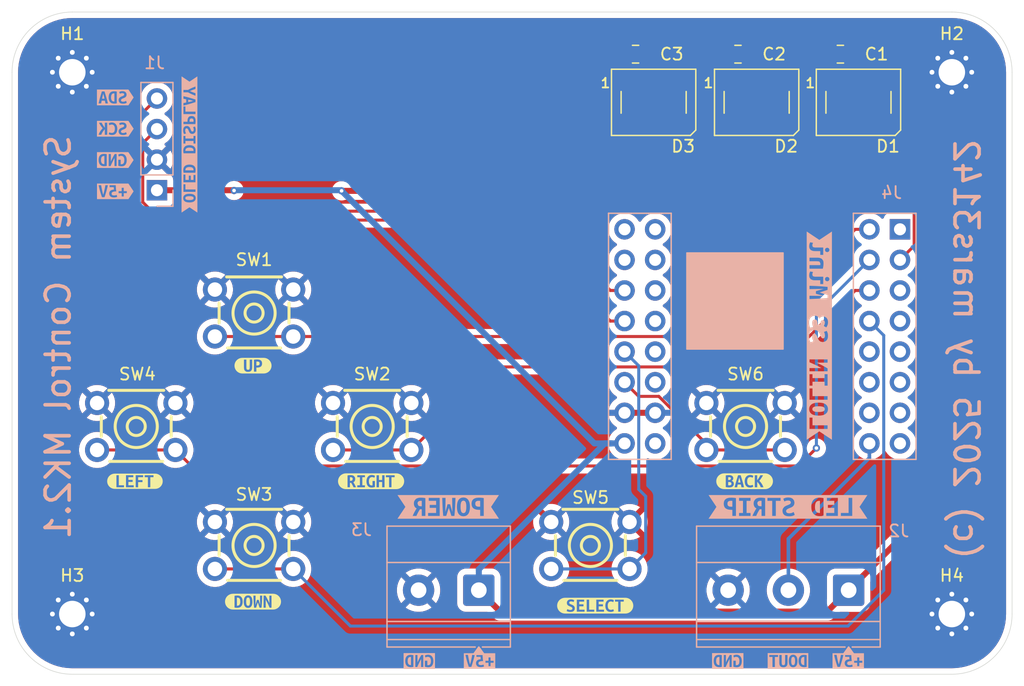
<source format=kicad_pcb>
(kicad_pcb (version 20241229) (generator "pcbnew") (generator_version "9.0")
  (title_block (title "System Control") (date "31.12.2025") (rev "MK2.1") (company "mars3142") (comment 3 "System Control Board for model railway") (comment 4 "Author: Peter Siegmund"))
  (layers (0 "F.Cu" signal) (2 "B.Cu" signal) (13 "F.Paste" user) (15 "B.Paste" user) (5 "F.SilkS" user "F.Silkscreen") (7 "B.SilkS" user "B.Silkscreen") (1 "F.Mask" user) (3 "B.Mask" user) (25 "Edge.Cuts" user))
  (net 0 "")
  (net 1 "SCK")
  (net 2 "+5V")
  (net 3 "GND")
  (net 4 "SDA")
  (net 5 "DOUT")
  (net 17 "UP")
  (net 18 "RIGHT")
  (net 19 "DOWN")
  (net 20 "LEFT")
  (net 21 "SELECT")
  (net 22 "BACK")
  (net 31 "Net-(D1-DOUT)")
  (net 32 "Net-(D2-DOUT)")
  (net 33 "LED")
  (footprint "kibuzzard-67898229" (layer "F.Cu") (at 92.41945 79.8224)
    (property "Reference" "kibuzzard-67898229" (hide yes))
    (property "Value" "G***" (hide yes))
  )
  (footprint "LED_SMD:LED_WS2812B_PLCC4_5.0x5.0mm_P3.2mm" (layer "F.Cu") (at 115.86945 48.35115)
    (property "Reference" "D3" (at 2.45 3.65 0) (layer "F.SilkS"))
    (property "Value" "WS2812B")
    (fp_text user "1" (at -4 -1.6 0) (layer "F.SilkS") (effects (font (size 0.8 0.8))))
    (pad "1" smd roundrect (at -2.45 -1.65) (size 1.5 0.9) (layers "F.Cu" "F.Mask" "F.Paste") (roundrect_rratio 0.1) (net 2 "+5V"))
    (pad "2" smd roundrect (at -2.45 1.65) (size 1.5 0.9) (layers "F.Cu" "F.Mask" "F.Paste") (roundrect_rratio 0.1))
    (pad "3" smd roundrect (at 2.45 1.65) (size 1.5 0.9) (layers "F.Cu" "F.Mask" "F.Paste") (roundrect_rratio 0.1) (net 3 "GND"))
    (pad "4" smd roundrect (at 2.45 -1.65) (size 1.5 0.9) (layers "F.Cu" "F.Mask" "F.Paste") (roundrect_rratio 0.1) (net 32 "Net-(D2-DOUT)"))
  )
  (footprint "Capacitor_SMD:C_0805_2012Metric_Pad1.18x1.45mm_HandSolder" (layer "F.Cu") (at 114.36945 44.35115)
    (property "Reference" "C3" (at 3 0 0) (layer "F.SilkS"))
    (property "Value" "100nF")
    (pad "1" smd roundrect (at -1.0375 0) (size 1.175 1.45) (layers "F.Cu" "F.Mask" "F.Paste") (roundrect_rratio 0.212766) (net 2 "+5V"))
    (pad "2" smd roundrect (at 1.0375 0) (size 1.175 1.45) (layers "F.Cu" "F.Mask" "F.Paste") (roundrect_rratio 0.212766) (net 3 "GND"))
  )
  (footprint "MountingHole:MountingHole_2.2mm_M2_Pad_Via" (layer "F.Cu") (at 67.61945 45.85115)
    (property "Reference" "H1" (at 0 -3.2 0) (layer "F.SilkS"))
    (property "Value" "MH1")
    (pad "1" thru_hole circle (at -1.65 0) (size 0.7 0.7) (drill 0.4) (layers "*.Cu" "*.Mask") (net 3 "GND"))
    (pad "1" thru_hole circle (at -1.166726 -1.166726) (size 0.7 0.7) (drill 0.4) (layers "*.Cu" "*.Mask") (net 3 "GND"))
    (pad "1" thru_hole circle (at -1.166726 1.166726) (size 0.7 0.7) (drill 0.4) (layers "*.Cu" "*.Mask") (net 3 "GND"))
    (pad "1" thru_hole circle (at 0 -1.65) (size 0.7 0.7) (drill 0.4) (layers "*.Cu" "*.Mask") (net 3 "GND"))
    (pad "1" thru_hole circle (at 0 0) (size 4.4 4.4) (drill 2.2) (layers "*.Cu" "*.Mask") (net 3 "GND"))
    (pad "1" thru_hole circle (at 0 1.65) (size 0.7 0.7) (drill 0.4) (layers "*.Cu" "*.Mask") (net 3 "GND"))
    (pad "1" thru_hole circle (at 1.166726 -1.166726) (size 0.7 0.7) (drill 0.4) (layers "*.Cu" "*.Mask") (net 3 "GND"))
    (pad "1" thru_hole circle (at 1.166726 1.166726) (size 0.7 0.7) (drill 0.4) (layers "*.Cu" "*.Mask") (net 3 "GND"))
    (pad "1" thru_hole circle (at 1.65 0) (size 0.7 0.7) (drill 0.4) (layers "*.Cu" "*.Mask") (net 3 "GND"))
  )
  (footprint "easyeda2kicad:KEY-TH_4P-L6.0-W6.0-P3.90-LS7.8" (layer "F.Cu") (at 82.7072 65.8511)
    (property "Reference" "SW1" (at 0 -4.4288 0) (layer "F.SilkS"))
    (property "Value" "UP")
    (pad "1" thru_hole circle (at -3.25 1.95) (size 2 2) (drill 1.199896) (layers "*.Cu" "*.Mask") (net 17 "UP"))
    (pad "2" thru_hole circle (at 3.25 1.95) (size 2 2) (drill 1.199896) (layers "*.Cu" "*.Mask") (net 17 "UP"))
    (pad "3" thru_hole circle (at 3.25 -1.95) (size 2 2) (drill 1.199896) (layers "*.Cu" "*.Mask") (net 3 "GND"))
    (pad "4" thru_hole circle (at -3.25 -1.95) (size 2 2) (drill 1.199896) (layers "*.Cu" "*.Mask") (net 3 "GND"))
  )
  (footprint "kibuzzard-67898208" (layer "F.Cu") (at 82.61945 70.2224)
    (property "Reference" "kibuzzard-67898208" (hide yes))
    (property "Value" "G***" (hide yes))
  )
  (footprint "Capacitor_SMD:C_0805_2012Metric_Pad1.18x1.45mm_HandSolder" (layer "F.Cu") (at 122.86945 44.35115)
    (property "Reference" "C2" (at 3 0 0) (layer "F.SilkS"))
    (property "Value" "100nF")
    (pad "1" smd roundrect (at -1.0375 0) (size 1.175 1.45) (layers "F.Cu" "F.Mask" "F.Paste") (roundrect_rratio 0.212766) (net 2 "+5V"))
    (pad "2" smd roundrect (at 1.0375 0) (size 1.175 1.45) (layers "F.Cu" "F.Mask" "F.Paste") (roundrect_rratio 0.212766) (net 3 "GND"))
  )
  (footprint "kibuzzard-678981FB" (layer "F.Cu") (at 123.41945 79.8224)
    (property "Reference" "kibuzzard-678981FB" (hide yes))
    (property "Value" "G***" (hide yes))
  )
  (footprint "easyeda2kicad:KEY-TH_4P-L6.0-W6.0-P3.90-LS7.8" (layer "F.Cu") (at 72.9272 75.2731)
    (property "Reference" "SW4" (at 0.0923 -4.3508 0) (layer "F.SilkS"))
    (property "Value" "LEFT")
    (pad "1" thru_hole circle (at -3.25 1.95) (size 2 2) (drill 1.199896) (layers "*.Cu" "*.Mask") (net 20 "LEFT"))
    (pad "2" thru_hole circle (at 3.25 1.95) (size 2 2) (drill 1.199896) (layers "*.Cu" "*.Mask") (net 20 "LEFT"))
    (pad "3" thru_hole circle (at 3.25 -1.95) (size 2 2) (drill 1.199896) (layers "*.Cu" "*.Mask") (net 3 "GND"))
    (pad "4" thru_hole circle (at -3.25 -1.95) (size 2 2) (drill 1.199896) (layers "*.Cu" "*.Mask") (net 3 "GND"))
  )
  (footprint "MountingHole:MountingHole_2.2mm_M2_Pad_Via" (layer "F.Cu") (at 140.61945 45.85115)
    (property "Reference" "H2" (at 0 -3.2 0) (layer "F.SilkS"))
    (property "Value" "MH2")
    (pad "1" thru_hole circle (at -1.65 0) (size 0.7 0.7) (drill 0.4) (layers "*.Cu" "*.Mask") (net 3 "GND"))
    (pad "1" thru_hole circle (at -1.166726 -1.166726) (size 0.7 0.7) (drill 0.4) (layers "*.Cu" "*.Mask") (net 3 "GND"))
    (pad "1" thru_hole circle (at -1.166726 1.166726) (size 0.7 0.7) (drill 0.4) (layers "*.Cu" "*.Mask") (net 3 "GND"))
    (pad "1" thru_hole circle (at 0 -1.65) (size 0.7 0.7) (drill 0.4) (layers "*.Cu" "*.Mask") (net 3 "GND"))
    (pad "1" thru_hole circle (at 0 0) (size 4.4 4.4) (drill 2.2) (layers "*.Cu" "*.Mask") (net 3 "GND"))
    (pad "1" thru_hole circle (at 0 1.65) (size 0.7 0.7) (drill 0.4) (layers "*.Cu" "*.Mask") (net 3 "GND"))
    (pad "1" thru_hole circle (at 1.166726 -1.166726) (size 0.7 0.7) (drill 0.4) (layers "*.Cu" "*.Mask") (net 3 "GND"))
    (pad "1" thru_hole circle (at 1.166726 1.166726) (size 0.7 0.7) (drill 0.4) (layers "*.Cu" "*.Mask") (net 3 "GND"))
    (pad "1" thru_hole circle (at 1.65 0) (size 0.7 0.7) (drill 0.4) (layers "*.Cu" "*.Mask") (net 3 "GND"))
  )
  (footprint "easyeda2kicad:KEY-TH_4P-L6.0-W6.0-P3.90-LS7.8" (layer "F.Cu") (at 92.5092 75.2731)
    (property "Reference" "SW2" (at 0 -4.3508 0) (layer "F.SilkS"))
    (property "Value" "RIGHT")
    (pad "1" thru_hole circle (at -3.25 1.95) (size 2 2) (drill 1.199896) (layers "*.Cu" "*.Mask") (net 18 "RIGHT"))
    (pad "2" thru_hole circle (at 3.25 1.95) (size 2 2) (drill 1.199896) (layers "*.Cu" "*.Mask") (net 18 "RIGHT"))
    (pad "3" thru_hole circle (at 3.25 -1.95) (size 2 2) (drill 1.199896) (layers "*.Cu" "*.Mask") (net 3 "GND"))
    (pad "4" thru_hole circle (at -3.25 -1.95) (size 2 2) (drill 1.199896) (layers "*.Cu" "*.Mask") (net 3 "GND"))
  )
  (footprint "kibuzzard-678981DB" (layer "F.Cu") (at 111.01945 90.15515)
    (property "Reference" "kibuzzard-678981DB" (hide yes))
    (property "Value" "G***" (hide yes))
  )
  (footprint "easyeda2kicad:KEY-TH_4P-L6.0-W6.0-P3.90-LS7.8" (layer "F.Cu") (at 82.7072 85.1551)
    (property "Reference" "SW3" (at 0 -4.2328 0) (layer "F.SilkS"))
    (property "Value" "DOWN")
    (pad "1" thru_hole circle (at -3.25 1.95) (size 2 2) (drill 1.199896) (layers "*.Cu" "*.Mask") (net 19 "DOWN"))
    (pad "2" thru_hole circle (at 3.25 1.95) (size 2 2) (drill 1.199896) (layers "*.Cu" "*.Mask") (net 19 "DOWN"))
    (pad "3" thru_hole circle (at 3.25 -1.95) (size 2 2) (drill 1.199896) (layers "*.Cu" "*.Mask") (net 3 "GND"))
    (pad "4" thru_hole circle (at -3.25 -1.95) (size 2 2) (drill 1.199896) (layers "*.Cu" "*.Mask") (net 3 "GND"))
  )
  (footprint "MountingHole:MountingHole_2.2mm_M2_Pad_Via" (layer "F.Cu") (at 67.61945 90.85115)
    (property "Reference" "H3" (at 0 -3.2 0) (layer "F.SilkS"))
    (property "Value" "MH3")
    (pad "1" thru_hole circle (at -1.65 0) (size 0.7 0.7) (drill 0.4) (layers "*.Cu" "*.Mask") (net 3 "GND"))
    (pad "1" thru_hole circle (at -1.166726 -1.166726) (size 0.7 0.7) (drill 0.4) (layers "*.Cu" "*.Mask") (net 3 "GND"))
    (pad "1" thru_hole circle (at -1.166726 1.166726) (size 0.7 0.7) (drill 0.4) (layers "*.Cu" "*.Mask") (net 3 "GND"))
    (pad "1" thru_hole circle (at 0 -1.65) (size 0.7 0.7) (drill 0.4) (layers "*.Cu" "*.Mask") (net 3 "GND"))
    (pad "1" thru_hole circle (at 0 0) (size 4.4 4.4) (drill 2.2) (layers "*.Cu" "*.Mask") (net 3 "GND"))
    (pad "1" thru_hole circle (at 0 1.65) (size 0.7 0.7) (drill 0.4) (layers "*.Cu" "*.Mask") (net 3 "GND"))
    (pad "1" thru_hole circle (at 1.166726 -1.166726) (size 0.7 0.7) (drill 0.4) (layers "*.Cu" "*.Mask") (net 3 "GND"))
    (pad "1" thru_hole circle (at 1.166726 1.166726) (size 0.7 0.7) (drill 0.4) (layers "*.Cu" "*.Mask") (net 3 "GND"))
    (pad "1" thru_hole circle (at 1.65 0) (size 0.7 0.7) (drill 0.4) (layers "*.Cu" "*.Mask") (net 3 "GND"))
  )
  (footprint "easyeda2kicad:KEY-TH_4P-L6.0-W6.0-P3.90-LS7.8" (layer "F.Cu") (at 123.4972 75.2731)
    (property "Reference" "SW6" (at 0 -4.3508 0) (layer "F.SilkS"))
    (property "Value" "BACK")
    (pad "1" thru_hole circle (at -3.25 1.95) (size 2 2) (drill 1.199896) (layers "*.Cu" "*.Mask") (net 22 "BACK"))
    (pad "2" thru_hole circle (at 3.25 1.95) (size 2 2) (drill 1.199896) (layers "*.Cu" "*.Mask") (net 22 "BACK"))
    (pad "3" thru_hole circle (at 3.25 -1.95) (size 2 2) (drill 1.199896) (layers "*.Cu" "*.Mask") (net 3 "GND"))
    (pad "4" thru_hole circle (at -3.25 -1.95) (size 2 2) (drill 1.199896) (layers "*.Cu" "*.Mask") (net 3 "GND"))
  )
  (footprint "kibuzzard-67898221" (layer "F.Cu") (at 72.81945 79.8224)
    (property "Reference" "kibuzzard-67898221" (hide yes))
    (property "Value" "G***" (hide yes))
  )
  (footprint "LED_SMD:LED_WS2812B_PLCC4_5.0x5.0mm_P3.2mm" (layer "F.Cu") (at 132.86945 48.35115)
    (property "Reference" "D1" (at 2.45 3.65 0) (layer "F.SilkS"))
    (property "Value" "WS2812B")
    (fp_text user "1" (at -4 -1.6 0) (layer "F.SilkS") (effects (font (size 0.8 0.8))))
    (pad "1" smd roundrect (at -2.45 -1.65) (size 1.5 0.9) (layers "F.Cu" "F.Mask" "F.Paste") (roundrect_rratio 0.1) (net 2 "+5V"))
    (pad "2" smd roundrect (at -2.45 1.65) (size 1.5 0.9) (layers "F.Cu" "F.Mask" "F.Paste") (roundrect_rratio 0.1) (net 31 "Net-(D1-DOUT)"))
    (pad "3" smd roundrect (at 2.45 1.65) (size 1.5 0.9) (layers "F.Cu" "F.Mask" "F.Paste") (roundrect_rratio 0.1) (net 3 "GND"))
    (pad "4" smd roundrect (at 2.45 -1.65) (size 1.5 0.9) (layers "F.Cu" "F.Mask" "F.Paste") (roundrect_rratio 0.1) (net 33 "LED"))
  )
  (footprint "kibuzzard-67898217" (layer "F.Cu") (at 82.61945 89.8224)
    (property "Reference" "kibuzzard-67898217" (hide yes))
    (property "Value" "G***" (hide yes))
  )
  (footprint "easyeda2kicad:KEY-TH_4P-L6.0-W6.0-P3.90-LS7.8" (layer "F.Cu") (at 110.6195 85.1551)
    (property "Reference" "SW5" (at 0.0163 -3.9788 0) (layer "F.SilkS"))
    (property "Value" "SELECT")
    (pad "1" thru_hole circle (at -3.25 1.95) (size 2 2) (drill 1.199896) (layers "*.Cu" "*.Mask") (net 21 "SELECT"))
    (pad "2" thru_hole circle (at 3.25 1.95) (size 2 2) (drill 1.199896) (layers "*.Cu" "*.Mask") (net 21 "SELECT"))
    (pad "3" thru_hole circle (at 3.25 -1.95) (size 2 2) (drill 1.199896) (layers "*.Cu" "*.Mask") (net 3 "GND"))
    (pad "4" thru_hole circle (at -3.25 -1.95) (size 2 2) (drill 1.199896) (layers "*.Cu" "*.Mask") (net 3 "GND"))
  )
  (footprint "Capacitor_SMD:C_0805_2012Metric_Pad1.18x1.45mm_HandSolder" (layer "F.Cu") (at 131.36945 44.35115)
    (property "Reference" "C1" (at 3 0 0) (layer "F.SilkS"))
    (property "Value" "100nF")
    (pad "1" smd roundrect (at -1.0375 0) (size 1.175 1.45) (layers "F.Cu" "F.Mask" "F.Paste") (roundrect_rratio 0.212766) (net 2 "+5V"))
    (pad "2" smd roundrect (at 1.0375 0) (size 1.175 1.45) (layers "F.Cu" "F.Mask" "F.Paste") (roundrect_rratio 0.212766) (net 3 "GND"))
  )
  (footprint "LED_SMD:LED_WS2812B_PLCC4_5.0x5.0mm_P3.2mm" (layer "F.Cu") (at 124.41945 48.35115)
    (property "Reference" "D2" (at 2.45 3.65 0) (layer "F.SilkS"))
    (property "Value" "WS2812B")
    (fp_text user "1" (at -4 -1.6 0) (layer "F.SilkS") (effects (font (size 0.8 0.8))))
    (pad "1" smd roundrect (at -2.45 -1.65) (size 1.5 0.9) (layers "F.Cu" "F.Mask" "F.Paste") (roundrect_rratio 0.1) (net 2 "+5V"))
    (pad "2" smd roundrect (at -2.45 1.65) (size 1.5 0.9) (layers "F.Cu" "F.Mask" "F.Paste") (roundrect_rratio 0.1) (net 32 "Net-(D2-DOUT)"))
    (pad "3" smd roundrect (at 2.45 1.65) (size 1.5 0.9) (layers "F.Cu" "F.Mask" "F.Paste") (roundrect_rratio 0.1) (net 3 "GND"))
    (pad "4" smd roundrect (at 2.45 -1.65) (size 1.5 0.9) (layers "F.Cu" "F.Mask" "F.Paste") (roundrect_rratio 0.1) (net 31 "Net-(D1-DOUT)"))
  )
  (footprint "MountingHole:MountingHole_2.2mm_M2_Pad_Via" (layer "F.Cu") (at 140.61945 90.85115)
    (property "Reference" "H4" (at 0 -3.2 0) (layer "F.SilkS"))
    (property "Value" "MH4")
    (pad "1" thru_hole circle (at -1.65 0) (size 0.7 0.7) (drill 0.4) (layers "*.Cu" "*.Mask") (net 3 "GND"))
    (pad "1" thru_hole circle (at -1.166726 -1.166726) (size 0.7 0.7) (drill 0.4) (layers "*.Cu" "*.Mask") (net 3 "GND"))
    (pad "1" thru_hole circle (at -1.166726 1.166726) (size 0.7 0.7) (drill 0.4) (layers "*.Cu" "*.Mask") (net 3 "GND"))
    (pad "1" thru_hole circle (at 0 -1.65) (size 0.7 0.7) (drill 0.4) (layers "*.Cu" "*.Mask") (net 3 "GND"))
    (pad "1" thru_hole circle (at 0 0) (size 4.4 4.4) (drill 2.2) (layers "*.Cu" "*.Mask") (net 3 "GND"))
    (pad "1" thru_hole circle (at 0 1.65) (size 0.7 0.7) (drill 0.4) (layers "*.Cu" "*.Mask") (net 3 "GND"))
    (pad "1" thru_hole circle (at 1.166726 -1.166726) (size 0.7 0.7) (drill 0.4) (layers "*.Cu" "*.Mask") (net 3 "GND"))
    (pad "1" thru_hole circle (at 1.166726 1.166726) (size 0.7 0.7) (drill 0.4) (layers "*.Cu" "*.Mask") (net 3 "GND"))
    (pad "1" thru_hole circle (at 1.65 0) (size 0.7 0.7) (drill 0.4) (layers "*.Cu" "*.Mask") (net 3 "GND"))
  )
  (footprint "TerminalBlock_Phoenix:TerminalBlock_Phoenix_MKDS-1,5-3_1x03_P5.00mm_Horizontal" (layer "B.Cu") (at 132.0532 88.8709 180)
    (property "Reference" "J2" (at -4.16625 4.91975 0) (layer "B.SilkS") (effects (justify mirror)))
    (property "Value" "Output")
    (pad "1" thru_hole roundrect (at 0 0 180) (size 2.6 2.6) (drill 1.3) (layers "*.Cu" "*.Mask") (roundrect_rratio 0.096154) (net 2 "+5V"))
    (pad "2" thru_hole circle (at 5 0 180) (size 2.6 2.6) (drill 1.3) (layers "*.Cu" "*.Mask") (net 5 "DOUT"))
    (pad "3" thru_hole circle (at 10 0 180) (size 2.6 2.6) (drill 1.3) (layers "*.Cu" "*.Mask") (net 3 "GND"))
  )
  (footprint "kibuzzard-678980A4" (layer "B.Cu") (at 101.41945 94.75115 180)
    (property "Reference" "kibuzzard-678980A4" (hide yes))
    (property "Value" "G***" (hide yes))
  )
  (footprint "kibuzzard-67898074" (layer "B.Cu") (at 71.1892 53.1434 180)
    (property "Reference" "kibuzzard-67898074" (hide yes))
    (property "Value" "G***" (hide yes))
  )
  (footprint "kibuzzard-678980E8" (layer "B.Cu") (at 127.01945 94.75115 180)
    (property "Reference" "kibuzzard-678980E8" (hide yes))
    (property "Value" "G***" (hide yes))
  )
  (footprint "wemos:PinSocket_S3 Mini" (layer "B.Cu") (at 124.6195 67.8511 180)
    (property "Reference" "J4" (at -11 12 0) (layer "B.SilkS") (effects (justify mirror)))
    (property "Value" "Conn_S3 Mini")
    (pad "1" thru_hole rect (at -11.696 8.954 180) (size 1.7 1.7) (drill oval 1) (layers "*.Cu" "*.Mask"))
    (pad "2" thru_hole oval (at -11.696 6.414 180) (size 1.7 1.7) (drill 1) (layers "*.Cu" "*.Mask") (net 33 "LED"))
    (pad "3" thru_hole oval (at -11.696 3.874 180) (size 1.7 1.7) (drill 1) (layers "*.Cu" "*.Mask"))
    (pad "4" thru_hole oval (at -11.696 1.334 180) (size 1.7 1.7) (drill 1) (layers "*.Cu" "*.Mask"))
    (pad "5" thru_hole oval (at -11.696 -1.206 180) (size 1.7 1.7) (drill 1) (layers "*.Cu" "*.Mask"))
    (pad "6" thru_hole oval (at -11.696 -3.746 180) (size 1.7 1.7) (drill 1) (layers "*.Cu" "*.Mask"))
    (pad "7" thru_hole oval (at -11.696 -6.286 180) (size 1.7 1.7) (drill 1) (layers "*.Cu" "*.Mask"))
    (pad "8" thru_hole oval (at -11.696 -8.826 180) (size 1.7 1.7) (drill 1) (layers "*.Cu" "*.Mask"))
    (pad "9" thru_hole oval (at -9.156 8.954 180) (size 1.7 1.7) (drill 1) (layers "*.Cu" "*.Mask") (net 17 "UP"))
    (pad "10" thru_hole oval (at -9.156 6.414 180) (size 1.7 1.7) (drill 1) (layers "*.Cu" "*.Mask") (net 20 "LEFT"))
    (pad "11" thru_hole oval (at -9.156 3.874 180) (size 1.7 1.7) (drill 1) (layers "*.Cu" "*.Mask") (net 18 "RIGHT"))
    (pad "12" thru_hole oval (at -9.156 1.334 180) (size 1.7 1.7) (drill 1) (layers "*.Cu" "*.Mask") (net 19 "DOWN"))
    (pad "13" thru_hole oval (at -9.156 -1.206 180) (size 1.7 1.7) (drill 1) (layers "*.Cu" "*.Mask"))
    (pad "14" thru_hole oval (at -9.156 -3.746 180) (size 1.7 1.7) (drill 1) (layers "*.Cu" "*.Mask"))
    (pad "15" thru_hole oval (at -9.156 -6.286 180) (size 1.7 1.7) (drill 1) (layers "*.Cu" "*.Mask"))
    (pad "16" thru_hole oval (at -9.156 -8.826 180) (size 1.7 1.7) (drill 1) (layers "*.Cu" "*.Mask") (net 5 "DOUT"))
    (pad "17" thru_hole oval (at 8.624 8.954 180) (size 1.7 1.7) (drill 1) (layers "*.Cu" "*.Mask"))
    (pad "18" thru_hole oval (at 8.624 6.414 180) (size 1.7 1.7) (drill 1) (layers "*.Cu" "*.Mask"))
    (pad "19" thru_hole oval (at 8.624 3.874 180) (size 1.7 1.7) (drill 1) (layers "*.Cu" "*.Mask"))
    (pad "20" thru_hole oval (at 8.624 1.334 180) (size 1.7 1.7) (drill 1) (layers "*.Cu" "*.Mask"))
    (pad "21" thru_hole oval (at 8.624 -1.206 180) (size 1.7 1.7) (drill 1) (layers "*.Cu" "*.Mask"))
    (pad "22" thru_hole oval (at 8.624 -3.746 180) (size 1.7 1.7) (drill 1) (layers "*.Cu" "*.Mask"))
    (pad "23" thru_hole oval (at 8.624 -6.286 180) (size 1.7 1.7) (drill 1) (layers "*.Cu" "*.Mask") (net 3 "GND"))
    (pad "24" thru_hole oval (at 8.624 -8.826 180) (size 1.7 1.7) (drill 1) (layers "*.Cu" "*.Mask"))
    (pad "25" thru_hole oval (at 11.164 8.954 180) (size 1.7 1.7) (drill 1) (layers "*.Cu" "*.Mask"))
    (pad "26" thru_hole oval (at 11.164 6.414 180) (size 1.7 1.7) (drill 1) (layers "*.Cu" "*.Mask"))
    (pad "27" thru_hole oval (at 11.164 3.874 180) (size 1.7 1.7) (drill 1) (layers "*.Cu" "*.Mask") (net 1 "SCK"))
    (pad "28" thru_hole oval (at 11.164 1.334 180) (size 1.7 1.7) (drill 1) (layers "*.Cu" "*.Mask") (net 4 "SDA"))
    (pad "29" thru_hole oval (at 11.164 -1.206 180) (size 1.7 1.7) (drill 1) (layers "*.Cu" "*.Mask") (net 21 "SELECT"))
    (pad "30" thru_hole oval (at 11.164 -3.746 180) (size 1.7 1.7) (drill 1) (layers "*.Cu" "*.Mask") (net 22 "BACK"))
    (pad "31" thru_hole oval (at 11.164 -6.286 180) (size 1.7 1.7) (drill 1) (layers "*.Cu" "*.Mask") (net 3 "GND"))
    (pad "32" thru_hole oval (at 11.164 -8.826 180) (size 1.7 1.7) (drill 1) (layers "*.Cu" "*.Mask") (net 2 "+5V"))
  )
  (footprint "kibuzzard-67897FC0" (layer "B.Cu") (at 129.61945 67.72715 90)
    (property "Reference" "kibuzzard-67897FC0" (hide yes))
    (property "Value" "G***" (hide yes))
  )
  (footprint "kibuzzard-678A131B" (layer "B.Cu") (at 98.81945 81.95115 180)
    (property "Reference" "kibuzzard-678A131B" (hide yes))
    (property "Value" "G***" (hide yes))
  )
  (footprint "kibuzzard-678A1323" (layer "B.Cu") (at 127.01945 81.95115 180)
    (property "Reference" "kibuzzard-678A1323" (hide yes))
    (property "Value" "G***" (hide yes))
  )
  (footprint "kibuzzard-67898040" (layer "B.Cu") (at 71.1892 47.9434 180)
    (property "Reference" "kibuzzard-67898040" (hide yes))
    (property "Value" "G***" (hide yes))
  )
  (footprint "Connector_PinSocket_2.54mm:PinSocket_1x04_P2.54mm_Vertical" (layer "B.Cu") (at 74.6445 55.6511)
    (property "Reference" "J1" (at -0.2 -10.58 0) (layer "B.SilkS") (effects (justify mirror)))
    (property "Value" "Female Header" (hide yes))
    (pad "1" thru_hole rect (at 0 0) (size 1.7 1.7) (drill 1) (layers "*.Cu" "*.Mask") (net 2 "+5V"))
    (pad "2" thru_hole circle (at 0 -2.54) (size 1.7 1.7) (drill 1) (layers "*.Cu" "*.Mask") (net 3 "GND"))
    (pad "3" thru_hole circle (at 0 -5.08) (size 1.7 1.7) (drill 1) (layers "*.Cu" "*.Mask") (net 1 "SCK"))
    (pad "4" thru_hole circle (at 0 -7.62) (size 1.7 1.7) (drill 1) (layers "*.Cu" "*.Mask") (net 4 "SDA"))
  )
  (footprint "kibuzzard-67898062" (layer "B.Cu") (at 71.1892 50.5434 180)
    (property "Reference" "kibuzzard-67898062" (hide yes))
    (property "Value" "G***" (hide yes))
  )
  (footprint "kibuzzard-67898084" (layer "B.Cu") (at 71.1892 55.7434 180)
    (property "Reference" "kibuzzard-67898084" (hide yes))
    (property "Value" "G***" (hide yes))
  )
  (footprint "kibuzzard-678A1332" (layer "B.Cu") (at 96.41945 94.75115 180)
    (property "Reference" "kibuzzard-678A1332" (hide yes))
    (property "Value" "G***" (hide yes))
  )
  (footprint "kibuzzard-67898102" (layer "B.Cu") (at 132.01945 94.75115 180)
    (property "Reference" "kibuzzard-67898102" (hide yes))
    (property "Value" "G***" (hide yes))
  )
  (footprint "TerminalBlock_Phoenix:TerminalBlock_Phoenix_MKDS-1,5-2_1x02_P5.00mm_Horizontal" (layer "B.Cu") (at 101.3592 88.8709 180)
    (property "Reference" "J3" (at 9.73975 5.01975 0) (layer "B.SilkS") (effects (justify mirror)))
    (property "Value" "Input")
    (pad "1" thru_hole roundrect (at 0 0 180) (size 2.6 2.6) (drill 1.3) (layers "*.Cu" "*.Mask") (roundrect_rratio 0.096154) (net 2 "+5V"))
    (pad "2" thru_hole circle (at 5 0 180) (size 2.6 2.6) (drill 1.3) (layers "*.Cu" "*.Mask") (net 3 "GND"))
  )
  (footprint "kibuzzard-6859B258" (layer "B.Cu") (at 77.34445 51.85115 90)
    (property "Reference" "kibuzzard-6859B258" (hide yes))
    (property "Value" "G***" (hide yes))
  )
  (footprint "kibuzzard-678980F4" (layer "B.Cu") (at 122.01945 94.75115 180)
    (property "Reference" "kibuzzard-678980F4" (hide yes))
    (property "Value" "G***" (hide yes))
  )
  (gr_rect (start 118.61945 60.85115) (end 126.61945 68.85115) (stroke (width 0.1)) (fill yes) (layer "B.SilkS"))
  (gr_arc (start 62.61945 45.85115) (mid 64.083916 42.315616) (end 67.61945 40.85115) (stroke (width 0.05)) (layer "Edge.Cuts"))
  (gr_arc (start 67.61945 95.85115) (mid 64.083916 94.386684) (end 62.61945 90.85115) (stroke (width 0.05)) (layer "Edge.Cuts"))
  (gr_line (start 145.61945 90.85115) (end 145.61945 45.85115) (stroke (width 0.05)) (layer "Edge.Cuts"))
  (gr_arc (start 145.61945 90.85115) (mid 144.154984 94.386684) (end 140.61945 95.85115) (stroke (width 0.05)) (layer "Edge.Cuts"))
  (gr_line (start 62.61945 45.85115) (end 62.61945 90.85115) (stroke (width 0.05)) (layer "Edge.Cuts"))
  (gr_line (start 140.6195 40.85115) (end 67.61945 40.85115) (stroke (width 0.05)) (layer "Edge.Cuts"))
  (gr_line (start 67.61945 95.85115) (end 140.61945 95.85115) (stroke (width 0.05)) (layer "Edge.Cuts"))
  (gr_arc (start 140.61945 40.85115) (mid 144.154984 42.315616) (end 145.61945 45.85115) (stroke (width 0.05)) (layer "Edge.Cuts"))
  (gr_text "(c) 2025 by mars3142" (at 140.61945 68.85115 270) (layer "B.SilkS") (effects (font (size 2 2) (thickness 0.3) (bold yes)) (justify bottom mirror)))
  (gr_text "System Control MK2.1" (at 67.61945 67.85115 90) (layer "B.SilkS") (effects (font (size 2 2) (thickness 0.3)) (justify bottom mirror)))
  (segment (start 73.4678 56.6422) (end 74.2174 57.3918) (width 0.25) (layer "F.Cu") (net 1))
  (segment (start 73.4678 51.7478) (end 73.4678 56.6422) (width 0.25) (layer "F.Cu") (net 1))
  (segment (start 74.2174 57.3918) (end 105.6935 57.3918) (width 0.25) (layer "F.Cu") (net 1))
  (segment (start 74.6445 50.5711) (end 73.4678 51.7478) (width 0.25) (layer "F.Cu") (net 1))
  (segment (start 112.2788 63.9771) (end 113.4555 63.9771) (width 0.25) (layer "F.Cu") (net 1))
  (segment (start 105.6935 57.3918) (end 112.2788 63.9771) (width 0.25) (layer "F.Cu") (net 1))
  (segment (start 138.36945 47.85115) (end 133.36945 42.85115) (width 0.5) (layer "F.Cu") (net 2))
  (segment (start 81.04445 55.67615) (end 81.0194 55.6511) (width 0.5) (layer "F.Cu") (net 2))
  (segment (start 113.33195 44.35115) (end 113.33195 44.06365) (width 0.5) (layer "F.Cu") (net 2))
  (segment (start 130.33195 46.61365) (end 130.41945 46.70115) (width 0.5) (layer "F.Cu") (net 2))
  (segment (start 103.1381 90.6498) (end 101.3592 88.8709) (width 0.5) (layer "F.Cu") (net 2))
  (segment (start 120.36945 42.85115) (end 112.11945 42.85115) (width 0.5) (layer "F.Cu") (net 2))
  (segment (start 74.6445 55.6511) (end 74.84455 55.85115) (width 0.5) (layer "F.Cu") (net 2))
  (segment (start 113.33195 44.06365) (end 112.11945 42.85115) (width 0.5) (layer "F.Cu") (net 2))
  (segment (start 122.33195 44.35115) (end 122.33195 44.31365) (width 0.5) (layer "F.Cu") (net 2))
  (segment (start 127.36945 42.85115) (end 120.36945 42.85115) (width 0.5) (layer "F.Cu") (net 2))
  (segment (start 112.11945 42.85115) (end 111.21945 42.85115) (width 0.5) (layer "F.Cu") (net 2))
  (segment (start 130.33195 44.31365) (end 128.86945 42.85115) (width 0.5) (layer "F.Cu") (net 2))
  (segment (start 98.36945 55.70115) (end 89.96945 55.70115) (width 0.5) (layer "F.Cu") (net 2))
  (segment (start 121.83195 46.56365) (end 121.96945 46.70115) (width 0.5) (layer "F.Cu") (net 2))
  (segment (start 130.2743 90.6498) (end 103.1381 90.6498) (width 0.5) (layer "F.Cu") (net 2))
  (segment (start 113.33195 44.35115) (end 113.33195 46.61365) (width 0.5) (layer "F.Cu") (net 2))
  (segment (start 130.33195 44.35115) (end 130.33195 46.61365) (width 0.5) (layer "F.Cu") (net 2))
  (segment (start 121.83195 44.31365) (end 120.36945 42.85115) (width 0.5) (layer "F.Cu") (net 2))
  (segment (start 111.21945 42.85115) (end 98.36945 55.70115) (width 0.5) (layer "F.Cu") (net 2))
  (segment (start 121.83195 44.35115) (end 121.83195 44.31365) (width 0.5) (layer "F.Cu") (net 2))
  (segment (start 128.86945 42.85115) (end 127.36945 42.85115) (width 0.5) (layer "F.Cu") (net 2))
  (segment (start 132.0532 88.8709) (end 130.2743 90.6498) (width 0.5) (layer "F.Cu") (net 2))
  (segment (start 132.0532 88.8709) (end 138.36945 82.55465) (width 0.5) (layer "F.Cu") (net 2))
  (segment (start 113.33195 46.61365) (end 113.41945 46.70115) (width 0.5) (layer "F.Cu") (net 2))
  (segment (start 121.83195 44.35115) (end 121.83195 46.56365) (width 0.5) (layer "F.Cu") (net 2))
  (segment (start 130.33195 44.35115) (end 130.33195 44.31365) (width 0.5) (layer "F.Cu") (net 2))
  (segment (start 133.36945 42.85115) (end 127.36945 42.85115) (width 0.5) (layer "F.Cu") (net 2))
  (segment (start 81.0194 55.6511) (end 74.6445 55.6511) (width 0.5) (layer "F.Cu") (net 2))
  (segment (start 138.36945 82.55465) (end 138.36945 47.85115) (width 0.5) (layer "F.Cu") (net 2))
  (via (at 81.04445 55.67615) (size 0.6) (drill 0.3) (layers "F.Cu" "B.Cu") (net 2))
  (via (at 89.96945 55.70115) (size 0.6) (drill 0.3) (layers "F.Cu" "B.Cu") (net 2))
  (segment (start 110.9454 76.6771) (end 112.36945 76.6771) (width 0.5) (layer "B.Cu") (net 2))
  (segment (start 101.3592 87.1365) (end 101.3592 88.8709) (width 0.5) (layer "B.Cu") (net 2))
  (segment (start 81.06945 55.65115) (end 89.91945 55.65115) (width 0.5) (layer "B.Cu") (net 2))
  (segment (start 113.4555 76.6771) (end 111.8186 76.6771) (width 0.5) (layer "B.Cu") (net 2))
  (segment (start 111.8186 76.6771) (end 101.3592 87.1365) (width 0.5) (layer "B.Cu") (net 2))
  (segment (start 81.04445 55.67615) (end 81.06945 55.65115) (width 0.5) (layer "B.Cu") (net 2))
  (segment (start 89.91945 55.65115) (end 89.96945 55.70115) (width 0.5) (layer "B.Cu") (net 2))
  (segment (start 89.96945 55.70115) (end 110.9454 76.6771) (width 0.5) (layer "B.Cu") (net 2))
  (segment (start 73.900403 58.132103) (end 103.893803 58.132103) (width 0.25) (layer "F.Cu") (net 4))
  (segment (start 74.6445 48.0311) (end 72.61945 50.05615) (width 0.25) (layer "F.Cu") (net 4))
  (segment (start 72.61945 50.05615) (end 72.61945 56.85115) (width 0.25) (layer "F.Cu") (net 4))
  (segment (start 72.61945 56.85115) (end 73.900403 58.132103) (width 0.25) (layer "F.Cu") (net 4))
  (segment (start 103.893803 58.132103) (end 112.2788 66.5171) (width 0.25) (layer "F.Cu") (net 4))
  (segment (start 112.2788 66.5171) (end 113.4555 66.5171) (width 0.25) (layer "F.Cu") (net 4))
  (segment (start 127.0532 84.6011) (end 127.0532 88.8709) (width 0.3) (layer "B.Cu") (net 5))
  (segment (start 133.7755 76.6771) (end 133.7755 77.8788) (width 0.3) (layer "B.Cu") (net 5))
  (segment (start 133.7755 77.8788) (end 127.0532 84.6011) (width 0.3) (layer "B.Cu") (net 5))
  (segment (start 85.9572 67.8011) (end 79.4572 67.8011) (width 0.25) (layer "F.Cu") (net 17))
  (segment (start 123.6948 67.8011) (end 85.9572 67.8011) (width 0.25) (layer "F.Cu") (net 17))
  (segment (start 132.5988 58.8971) (end 123.6948 67.8011) (width 0.25) (layer "F.Cu") (net 17))
  (segment (start 133.7755 58.8971) (end 132.5988 58.8971) (width 0.25) (layer "F.Cu") (net 17))
  (segment (start 102.6552 70.3271) (end 95.7592 77.2231) (width 0.25) (layer "F.Cu") (net 18))
  (segment (start 133.7755 63.9771) (end 132.5988 63.9771) (width 0.25) (layer "F.Cu") (net 18))
  (segment (start 126.2488 70.3271) (end 102.6552 70.3271) (width 0.25) (layer "F.Cu") (net 18))
  (segment (start 132.5988 63.9771) (end 126.2488 70.3271) (width 0.25) (layer "F.Cu") (net 18))
  (segment (start 95.7592 77.2231) (end 89.2592 77.2231) (width 0.25) (layer "F.Cu") (net 18))
  (segment (start 79.4572 87.1051) (end 85.9572 87.1051) (width 0.25) (layer "F.Cu") (net 19))
  (segment (start 131.994464 91.85115) (end 90.70325 91.85115) (width 0.25) (layer "B.Cu") (net 19))
  (segment (start 90.70325 91.85115) (end 85.9572 87.1051) (width 0.25) (layer "B.Cu") (net 19))
  (segment (start 134.9661 67.7077) (end 134.9661 88.879514) (width 0.25) (layer "B.Cu") (net 19))
  (segment (start 133.7755 66.5171) (end 134.9661 67.7077) (width 0.25) (layer "B.Cu") (net 19))
  (segment (start 134.9661 88.879514) (end 131.994464 91.85115) (width 0.25) (layer "B.Cu") (net 19))
  (segment (start 76.1772 77.2231) (end 77.5083 78.5542) (width 0.25) (layer "F.Cu") (net 20))
  (segment (start 77.5083 78.5542) (end 127.8906 78.5542) (width 0.25) (layer "F.Cu") (net 20))
  (segment (start 127.8906 78.5542) (end 129.3782 77.0666) (width 0.25) (layer "F.Cu") (net 20))
  (segment (start 69.6772 77.2231) (end 76.1772 77.2231) (width 0.25) (layer "F.Cu") (net 20))
  (via (at 129.3782 77.0666) (size 0.6) (drill 0.3) (layers "F.Cu" "B.Cu") (net 20))
  (segment (start 129.3782 77.0666) (end 129.3782 66.6434) (width 0.25) (layer "B.Cu") (net 20))
  (segment (start 133.7755 61.4371) (end 129.3782 65.8344) (width 0.25) (layer "B.Cu") (net 20))
  (segment (start 129.3782 65.8344) (end 129.3782 66.6434) (width 0.25) (layer "B.Cu") (net 20))
  (segment (start 107.3695 87.1051) (end 113.8695 87.1051) (width 0.25) (layer "B.Cu") (net 21))
  (segment (start 114.6322 70.2338) (end 113.4555 69.0571) (width 0.25) (layer "B.Cu") (net 21))
  (segment (start 114.6322 80.4954) (end 114.6322 70.2338) (width 0.25) (layer "B.Cu") (net 21))
  (segment (start 115.2089 85.7657) (end 113.8695 87.1051) (width 0.25) (layer "B.Cu") (net 21))
  (segment (start 114.6322 80.4954) (end 115.2089 81.0721) (width 0.25) (layer "B.Cu") (net 21))
  (segment (start 115.2089 81.0721) (end 115.2089 85.7657) (width 0.25) (layer "B.Cu") (net 21))
  (segment (start 120.2472 76.7216) (end 120.2472 77.2231) (width 0.25) (layer "F.Cu") (net 22))
  (segment (start 126.7472 77.2231) (end 120.2472 77.2231) (width 0.25) (layer "F.Cu") (net 22))
  (segment (start 113.4555 71.5971) (end 114.6315 72.7731) (width 0.25) (layer "F.Cu") (net 22))
  (segment (start 116.2987 72.7731) (end 120.2472 76.7216) (width 0.25) (layer "F.Cu") (net 22))
  (segment (start 114.6315 72.7731) (end 116.2987 72.7731) (width 0.25) (layer "F.Cu") (net 22))
  (segment (start 127.11945 46.70115) (end 126.86945 46.70115) (width 0.25) (layer "F.Cu") (net 31))
  (segment (start 130.41945 50.00115) (end 127.11945 46.70115) (width 0.25) (layer "F.Cu") (net 31))
  (segment (start 121.96945 50.00115) (end 118.66945 46.70115) (width 0.25) (layer "F.Cu") (net 32))
  (segment (start 118.66945 46.70115) (end 118.31945 46.70115) (width 0.25) (layer "F.Cu") (net 32))
  (segment (start 137.4915 60.2611) (end 137.4915 48.8732) (width 0.25) (layer "F.Cu") (net 33))
  (segment (start 137.4915 48.8732) (end 135.31945 46.70115) (width 0.25) (layer "F.Cu") (net 33))
  (segment (start 136.3155 61.4371) (end 137.4915 60.2611) (width 0.25) (layer "F.Cu") (net 33))
  (zone (net 3) (net_name "GND") (layers "F.Cu" "B.Cu") (connect_pads (clearance 0.5)) (min_thickness 0.25) (fill yes (thermal_gap 0.5) (thermal_bridge_width 0.5))
    (polygon (pts (xy 65.61945 39.85115) (xy 142.61945 39.85115) (xy 146.61945 43.85115) (xy 146.61945 93.85115) (xy 143.61945 96.85115) (xy 65.61945 96.85115) (xy 61.61945 92.85115) (xy 61.61945 43.85115)))
  )
)
</source>
